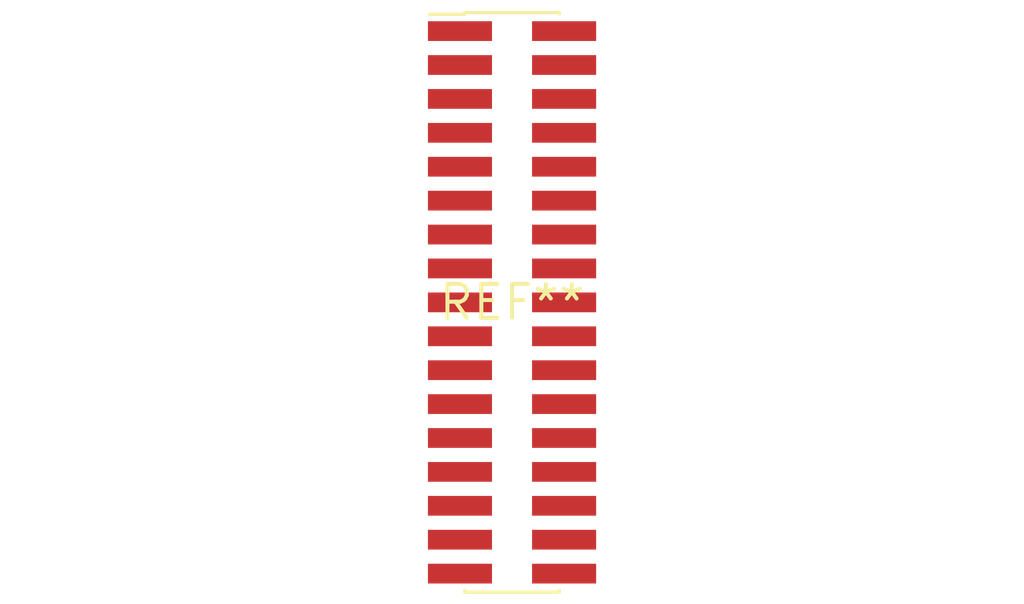
<source format=kicad_pcb>
(kicad_pcb (version 20240108) (generator pcbnew)
  (layers (0 "F.Cu" signal) (31 "B.Cu" signal) (34 "B.Paste" user) (35 "F.Paste" user) (36 "B.SilkS" user "B.Silkscreen") (37 "F.SilkS" user "F.Silkscreen") (38 "B.Mask" user) (39 "F.Mask" user) (44 "Edge.Cuts" user))
  (net 0 "")
  (footprint "PinHeader_2x17_P1.27mm_Vertical_SMD" (layer "F.Cu") (at 0 0)
    (property "Reference" "REF**")
    (property "Value" "PinHeader_2x17_P1.27mm_Vertical_SMD")
    (fp_line (start -3.09 -10.79) (end -1.765 -10.79) (layer "F.SilkS") (stroke (width 0.12)))
    (fp_line (start -1.765 -10.855) (end -1.765 -10.79) (layer "F.SilkS") (stroke (width 0.12)))
    (fp_line (start -1.765 -10.855) (end 1.765 -10.855) (layer "F.SilkS") (stroke (width 0.12)))
    (fp_line (start -1.765 10.79) (end -1.765 10.855) (layer "F.SilkS") (stroke (width 0.12)))
    (fp_line (start -1.765 10.855) (end 1.765 10.855) (layer "F.SilkS") (stroke (width 0.12)))
    (fp_line (start 1.765 -10.855) (end 1.765 -10.79) (layer "F.SilkS") (stroke (width 0.12)))
    (fp_line (start 1.765 10.79) (end 1.765 10.855) (layer "F.SilkS") (stroke (width 0.12)))
    (pad "1" smd rect (at -1.95 -10.16) (size 2.4 0.74) (layers "F.Cu" "F.Paste" "F.Mask"))
    (pad "2" smd rect (at 1.95 -10.16) (size 2.4 0.74) (layers "F.Cu" "F.Paste" "F.Mask"))
    (pad "3" smd rect (at -1.95 -8.89) (size 2.4 0.74) (layers "F.Cu" "F.Paste" "F.Mask"))
    (pad "4" smd rect (at 1.95 -8.89) (size 2.4 0.74) (layers "F.Cu" "F.Paste" "F.Mask"))
    (pad "5" smd rect (at -1.95 -7.62) (size 2.4 0.74) (layers "F.Cu" "F.Paste" "F.Mask"))
    (pad "6" smd rect (at 1.95 -7.62) (size 2.4 0.74) (layers "F.Cu" "F.Paste" "F.Mask"))
    (pad "7" smd rect (at -1.95 -6.35) (size 2.4 0.74) (layers "F.Cu" "F.Paste" "F.Mask"))
    (pad "8" smd rect (at 1.95 -6.35) (size 2.4 0.74) (layers "F.Cu" "F.Paste" "F.Mask"))
    (pad "9" smd rect (at -1.95 -5.08) (size 2.4 0.74) (layers "F.Cu" "F.Paste" "F.Mask"))
    (pad "10" smd rect (at 1.95 -5.08) (size 2.4 0.74) (layers "F.Cu" "F.Paste" "F.Mask"))
    (pad "11" smd rect (at -1.95 -3.81) (size 2.4 0.74) (layers "F.Cu" "F.Paste" "F.Mask"))
    (pad "12" smd rect (at 1.95 -3.81) (size 2.4 0.74) (layers "F.Cu" "F.Paste" "F.Mask"))
    (pad "13" smd rect (at -1.95 -2.54) (size 2.4 0.74) (layers "F.Cu" "F.Paste" "F.Mask"))
    (pad "14" smd rect (at 1.95 -2.54) (size 2.4 0.74) (layers "F.Cu" "F.Paste" "F.Mask"))
    (pad "15" smd rect (at -1.95 -1.27) (size 2.4 0.74) (layers "F.Cu" "F.Paste" "F.Mask"))
    (pad "16" smd rect (at 1.95 -1.27) (size 2.4 0.74) (layers "F.Cu" "F.Paste" "F.Mask"))
    (pad "17" smd rect (at -1.95 0) (size 2.4 0.74) (layers "F.Cu" "F.Paste" "F.Mask"))
    (pad "18" smd rect (at 1.95 0) (size 2.4 0.74) (layers "F.Cu" "F.Paste" "F.Mask"))
    (pad "19" smd rect (at -1.95 1.27) (size 2.4 0.74) (layers "F.Cu" "F.Paste" "F.Mask"))
    (pad "20" smd rect (at 1.95 1.27) (size 2.4 0.74) (layers "F.Cu" "F.Paste" "F.Mask"))
    (pad "21" smd rect (at -1.95 2.54) (size 2.4 0.74) (layers "F.Cu" "F.Paste" "F.Mask"))
    (pad "22" smd rect (at 1.95 2.54) (size 2.4 0.74) (layers "F.Cu" "F.Paste" "F.Mask"))
    (pad "23" smd rect (at -1.95 3.81) (size 2.4 0.74) (layers "F.Cu" "F.Paste" "F.Mask"))
    (pad "24" smd rect (at 1.95 3.81) (size 2.4 0.74) (layers "F.Cu" "F.Paste" "F.Mask"))
    (pad "25" smd rect (at -1.95 5.08) (size 2.4 0.74) (layers "F.Cu" "F.Paste" "F.Mask"))
    (pad "26" smd rect (at 1.95 5.08) (size 2.4 0.74) (layers "F.Cu" "F.Paste" "F.Mask"))
    (pad "27" smd rect (at -1.95 6.35) (size 2.4 0.74) (layers "F.Cu" "F.Paste" "F.Mask"))
    (pad "28" smd rect (at 1.95 6.35) (size 2.4 0.74) (layers "F.Cu" "F.Paste" "F.Mask"))
    (pad "29" smd rect (at -1.95 7.62) (size 2.4 0.74) (layers "F.Cu" "F.Paste" "F.Mask"))
    (pad "30" smd rect (at 1.95 7.62) (size 2.4 0.74) (layers "F.Cu" "F.Paste" "F.Mask"))
    (pad "31" smd rect (at -1.95 8.89) (size 2.4 0.74) (layers "F.Cu" "F.Paste" "F.Mask"))
    (pad "32" smd rect (at 1.95 8.89) (size 2.4 0.74) (layers "F.Cu" "F.Paste" "F.Mask"))
    (pad "33" smd rect (at -1.95 10.16) (size 2.4 0.74) (layers "F.Cu" "F.Paste" "F.Mask"))
    (pad "34" smd rect (at 1.95 10.16) (size 2.4 0.74) (layers "F.Cu" "F.Paste" "F.Mask"))
  )
)
</source>
